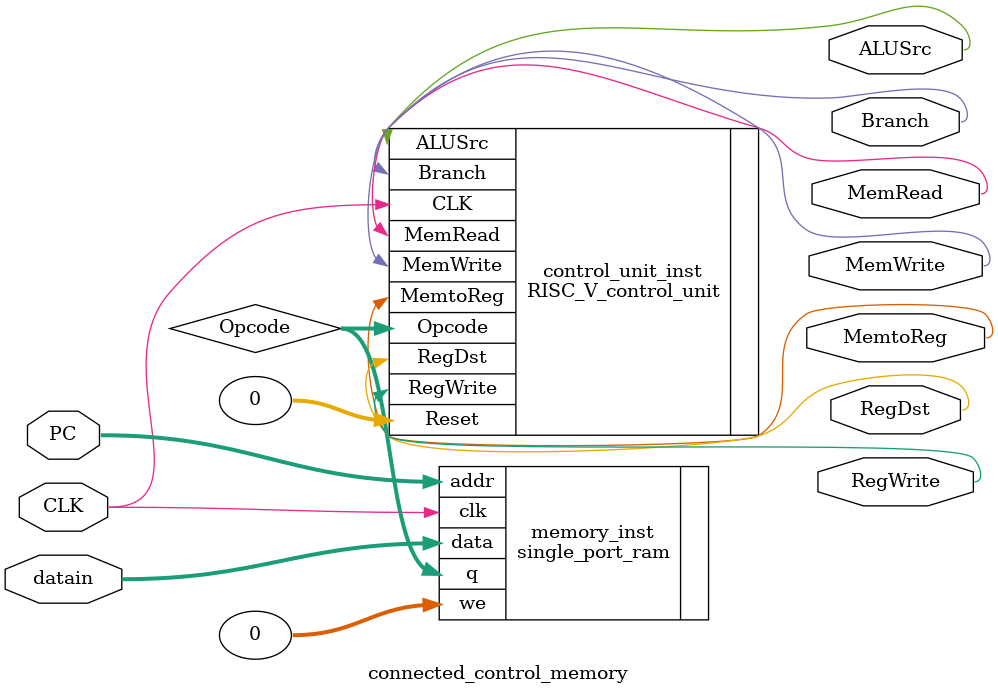
<source format=v>
module connected_control_memory (
    input CLK,
    input [31:0] PC,
    input [31:0] datain,
    output ALUSrc,
    output MemtoReg,
    output RegDst,
    output RegWrite,
    output MemRead,
    output MemWrite,
    output Branch
);

    wire [6:0] Opcode;

    single_port_ram #(
        .DATA_WIDTH(16),
        .ADDR_WIDTH(10)
    ) memory_inst (
        .data(datain),
        .addr(PC),
        .we(0),
        .clk(CLK),
        .q(Opcode)
    );

    RISC_V_control_unit control_unit_inst (
        .ALUSrc(ALUSrc),
        .MemtoReg(MemtoReg),
        .RegDst(RegDst),
        .RegWrite(RegWrite),
        .MemRead(MemRead),
        .MemWrite(MemWrite),
        .Branch(Branch),
        .Opcode(Opcode),
        .CLK(CLK),
        .Reset(0)
    );

endmodule
</source>
